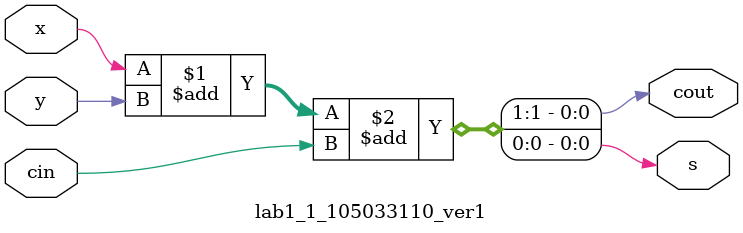
<source format=v>
`timescale 1ns / 1ps


module lab1_1_105033110_ver1(
    input x,
    input y,
    input cin,
    output cout,
    output s
    );
    
assign {cout, s} = x + y + cin;
    
endmodule

</source>
